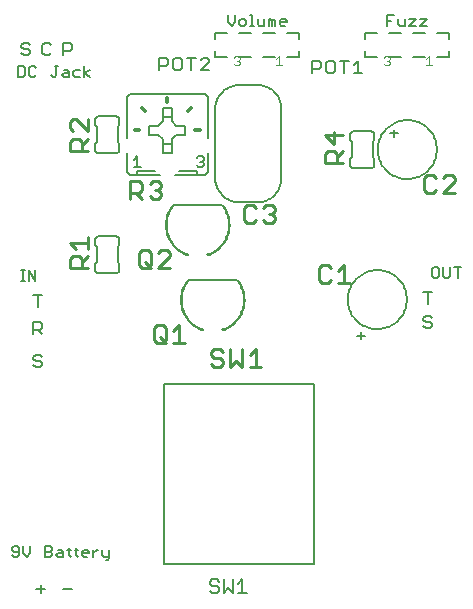
<source format=gto>
G75*
G70*
%OFA0B0*%
%FSLAX24Y24*%
%IPPOS*%
%LPD*%
%AMOC8*
5,1,8,0,0,1.08239X$1,22.5*
%
%ADD10C,0.0110*%
%ADD11C,0.0080*%
%ADD12C,0.0060*%
%ADD13C,0.0010*%
%ADD14C,0.0050*%
%ADD15C,0.0030*%
%ADD16C,0.0120*%
D10*
X007154Y007957D02*
X007056Y008055D01*
X007154Y007957D02*
X007351Y007957D01*
X007449Y008055D01*
X007449Y008153D01*
X007351Y008252D01*
X007154Y008252D01*
X007056Y008350D01*
X007056Y008449D01*
X007154Y008547D01*
X007351Y008547D01*
X007449Y008449D01*
X007700Y008547D02*
X007700Y007957D01*
X007897Y008153D01*
X008094Y007957D01*
X008094Y008547D01*
X008345Y008350D02*
X008542Y008547D01*
X008542Y007957D01*
X008345Y007957D02*
X008739Y007957D01*
X006194Y008757D02*
X005800Y008757D01*
X005997Y008757D02*
X005997Y009347D01*
X005800Y009150D01*
X005549Y009249D02*
X005549Y008855D01*
X005451Y008757D01*
X005254Y008757D01*
X005156Y008855D01*
X005156Y009249D01*
X005254Y009347D01*
X005451Y009347D01*
X005549Y009249D01*
X005353Y008953D02*
X005549Y008757D01*
X005694Y011257D02*
X005300Y011257D01*
X005694Y011650D01*
X005694Y011749D01*
X005596Y011847D01*
X005399Y011847D01*
X005300Y011749D01*
X005049Y011749D02*
X005049Y011355D01*
X004951Y011257D01*
X004754Y011257D01*
X004656Y011355D01*
X004656Y011749D01*
X004754Y011847D01*
X004951Y011847D01*
X005049Y011749D01*
X004853Y011453D02*
X005049Y011257D01*
X002946Y011257D02*
X002355Y011257D01*
X002355Y011552D01*
X002454Y011650D01*
X002651Y011650D01*
X002749Y011552D01*
X002749Y011257D01*
X002749Y011453D02*
X002946Y011650D01*
X002946Y011901D02*
X002946Y012295D01*
X002946Y012098D02*
X002355Y012098D01*
X002552Y011901D01*
X004367Y013557D02*
X004367Y014147D01*
X004662Y014147D01*
X004760Y014049D01*
X004760Y013852D01*
X004662Y013753D01*
X004367Y013753D01*
X004564Y013753D02*
X004760Y013557D01*
X005011Y013655D02*
X005110Y013557D01*
X005306Y013557D01*
X005405Y013655D01*
X005405Y013753D01*
X005306Y013852D01*
X005208Y013852D01*
X005306Y013852D02*
X005405Y013950D01*
X005405Y014049D01*
X005306Y014147D01*
X005110Y014147D01*
X005011Y014049D01*
X002946Y015167D02*
X002355Y015167D01*
X002355Y015463D01*
X002454Y015561D01*
X002651Y015561D01*
X002749Y015463D01*
X002749Y015167D01*
X002749Y015364D02*
X002946Y015561D01*
X002946Y015812D02*
X002552Y016206D01*
X002454Y016206D01*
X002355Y016107D01*
X002355Y015910D01*
X002454Y015812D01*
X002946Y015812D02*
X002946Y016206D01*
X008156Y013249D02*
X008156Y012855D01*
X008254Y012757D01*
X008451Y012757D01*
X008549Y012855D01*
X008800Y012855D02*
X008899Y012757D01*
X009096Y012757D01*
X009194Y012855D01*
X009194Y012953D01*
X009096Y013052D01*
X008997Y013052D01*
X009096Y013052D02*
X009194Y013150D01*
X009194Y013249D01*
X009096Y013347D01*
X008899Y013347D01*
X008800Y013249D01*
X008549Y013249D02*
X008451Y013347D01*
X008254Y013347D01*
X008156Y013249D01*
X010656Y011249D02*
X010656Y010855D01*
X010754Y010757D01*
X010951Y010757D01*
X011049Y010855D01*
X011300Y010757D02*
X011694Y010757D01*
X011497Y010757D02*
X011497Y011347D01*
X011300Y011150D01*
X011049Y011249D02*
X010951Y011347D01*
X010754Y011347D01*
X010656Y011249D01*
X014156Y013855D02*
X014254Y013757D01*
X014451Y013757D01*
X014549Y013855D01*
X014800Y013757D02*
X015194Y014150D01*
X015194Y014249D01*
X015096Y014347D01*
X014899Y014347D01*
X014800Y014249D01*
X014549Y014249D02*
X014451Y014347D01*
X014254Y014347D01*
X014156Y014249D01*
X014156Y013855D01*
X014800Y013757D02*
X015194Y013757D01*
X011446Y014757D02*
X010855Y014757D01*
X010855Y015052D01*
X010954Y015150D01*
X011151Y015150D01*
X011249Y015052D01*
X011249Y014757D01*
X011249Y014953D02*
X011446Y015150D01*
X011151Y015401D02*
X011151Y015795D01*
X011446Y015696D02*
X010855Y015696D01*
X011151Y015401D01*
D11*
X001521Y000552D02*
X001241Y000552D01*
X001381Y000692D02*
X001381Y000412D01*
X002141Y000552D02*
X002421Y000552D01*
X001351Y007942D02*
X001211Y007942D01*
X001141Y008012D01*
X001211Y008152D02*
X001351Y008152D01*
X001421Y008082D01*
X001421Y008012D01*
X001351Y007942D01*
X001211Y008152D02*
X001141Y008222D01*
X001141Y008292D01*
X001211Y008362D01*
X001351Y008362D01*
X001421Y008292D01*
X001421Y009042D02*
X001281Y009182D01*
X001351Y009182D02*
X001141Y009182D01*
X001141Y009042D02*
X001141Y009462D01*
X001351Y009462D01*
X001421Y009392D01*
X001421Y009252D01*
X001351Y009182D01*
X001281Y009942D02*
X001281Y010362D01*
X001141Y010362D02*
X001421Y010362D01*
X005341Y017842D02*
X005341Y018262D01*
X005551Y018262D01*
X005621Y018192D01*
X005621Y018052D01*
X005551Y017982D01*
X005341Y017982D01*
X005801Y017912D02*
X005871Y017842D01*
X006011Y017842D01*
X006081Y017912D01*
X006081Y018192D01*
X006011Y018262D01*
X005871Y018262D01*
X005801Y018192D01*
X005801Y017912D01*
X006261Y018262D02*
X006542Y018262D01*
X006402Y018262D02*
X006402Y017842D01*
X006722Y017842D02*
X007002Y018122D01*
X007002Y018192D01*
X006932Y018262D01*
X006792Y018262D01*
X006722Y018192D01*
X006722Y017842D02*
X007002Y017842D01*
X010441Y017882D02*
X010651Y017882D01*
X010721Y017952D01*
X010721Y018092D01*
X010651Y018162D01*
X010441Y018162D01*
X010441Y017742D01*
X010901Y017812D02*
X010971Y017742D01*
X011111Y017742D01*
X011181Y017812D01*
X011181Y018092D01*
X011111Y018162D01*
X010971Y018162D01*
X010901Y018092D01*
X010901Y017812D01*
X011361Y018162D02*
X011642Y018162D01*
X011502Y018162D02*
X011502Y017742D01*
X011822Y017742D02*
X012102Y017742D01*
X011962Y017742D02*
X011962Y018162D01*
X011822Y018022D01*
X014141Y010462D02*
X014421Y010462D01*
X014281Y010462D02*
X014281Y010042D01*
X014351Y009662D02*
X014211Y009662D01*
X014141Y009592D01*
X014141Y009522D01*
X014211Y009452D01*
X014351Y009452D01*
X014421Y009382D01*
X014421Y009312D01*
X014351Y009242D01*
X014211Y009242D01*
X014141Y009312D01*
X014421Y009592D02*
X014351Y009662D01*
X002421Y018552D02*
X002351Y018482D01*
X002141Y018482D01*
X002141Y018342D02*
X002141Y018762D01*
X002351Y018762D01*
X002421Y018692D01*
X002421Y018552D01*
X001721Y018692D02*
X001651Y018762D01*
X001511Y018762D01*
X001441Y018692D01*
X001441Y018412D01*
X001511Y018342D01*
X001651Y018342D01*
X001721Y018412D01*
X001021Y018412D02*
X000951Y018342D01*
X000811Y018342D01*
X000741Y018412D01*
X000811Y018552D02*
X000951Y018552D01*
X001021Y018482D01*
X001021Y018412D01*
X000811Y018552D02*
X000741Y018622D01*
X000741Y018692D01*
X000811Y018762D01*
X000951Y018762D01*
X001021Y018692D01*
D12*
X001056Y017972D02*
X000999Y017915D01*
X000999Y017688D01*
X001056Y017632D01*
X001169Y017632D01*
X001226Y017688D01*
X001226Y017915D02*
X001169Y017972D01*
X001056Y017972D01*
X000858Y017915D02*
X000801Y017972D01*
X000631Y017972D01*
X000631Y017632D01*
X000801Y017632D01*
X000858Y017688D01*
X000858Y017915D01*
X001736Y017688D02*
X001792Y017632D01*
X001849Y017632D01*
X001906Y017688D01*
X001906Y017972D01*
X001849Y017972D02*
X001963Y017972D01*
X002161Y017858D02*
X002274Y017858D01*
X002331Y017802D01*
X002331Y017632D01*
X002161Y017632D01*
X002104Y017688D01*
X002161Y017745D01*
X002331Y017745D01*
X002472Y017688D02*
X002529Y017632D01*
X002699Y017632D01*
X002841Y017632D02*
X002841Y017972D01*
X002699Y017858D02*
X002529Y017858D01*
X002472Y017802D01*
X002472Y017688D01*
X002841Y017745D02*
X003011Y017632D01*
X002841Y017745D02*
X003011Y017858D01*
X004251Y016952D02*
X004251Y015602D01*
X004001Y015395D02*
X003951Y015445D01*
X003951Y015958D01*
X004001Y016008D01*
X004001Y016208D01*
X003999Y016225D01*
X003995Y016242D01*
X003988Y016258D01*
X003978Y016272D01*
X003965Y016285D01*
X003951Y016295D01*
X003935Y016302D01*
X003918Y016306D01*
X003901Y016308D01*
X003301Y016308D01*
X003284Y016306D01*
X003267Y016302D01*
X003251Y016295D01*
X003237Y016285D01*
X003224Y016272D01*
X003214Y016258D01*
X003207Y016242D01*
X003203Y016225D01*
X003201Y016208D01*
X003201Y016008D01*
X003251Y015958D01*
X003251Y015445D01*
X003201Y015395D01*
X003201Y015195D01*
X003203Y015178D01*
X003207Y015161D01*
X003214Y015145D01*
X003224Y015131D01*
X003237Y015118D01*
X003251Y015108D01*
X003267Y015101D01*
X003284Y015097D01*
X003301Y015095D01*
X003901Y015095D01*
X003918Y015097D01*
X003935Y015101D01*
X003951Y015108D01*
X003965Y015118D01*
X003978Y015131D01*
X003988Y015145D01*
X003995Y015161D01*
X003999Y015178D01*
X004001Y015195D01*
X004001Y015395D01*
X004251Y015102D02*
X004251Y014452D01*
X004351Y014352D01*
X004601Y014352D01*
X005351Y014352D01*
X005201Y014502D02*
X004601Y014502D01*
X004601Y014352D01*
X005451Y015102D02*
X005451Y015402D01*
X005751Y015402D01*
X005751Y015552D01*
X005901Y015702D01*
X006201Y015702D01*
X006201Y016002D01*
X005901Y016002D01*
X005751Y016152D01*
X005751Y016302D01*
X005751Y016602D01*
X005451Y016602D01*
X005451Y016302D01*
X005451Y016152D01*
X005301Y016002D01*
X005001Y016002D01*
X005001Y015702D01*
X005301Y015702D01*
X005451Y015552D01*
X005451Y015402D01*
X005751Y015402D02*
X005751Y015102D01*
X005451Y015102D01*
X006001Y014502D02*
X006601Y014502D01*
X006601Y014352D01*
X006851Y014352D01*
X006951Y014452D01*
X006951Y015102D01*
X006951Y015602D02*
X006951Y016952D01*
X006851Y017052D01*
X004351Y017052D01*
X004251Y016952D01*
X005451Y016302D02*
X005751Y016302D01*
X007198Y016563D02*
X007198Y014240D01*
X006601Y014352D02*
X005851Y014352D01*
X005776Y013352D02*
X007426Y013352D01*
X007986Y013453D02*
X008616Y013453D01*
X008670Y013455D01*
X008723Y013460D01*
X008776Y013469D01*
X008828Y013482D01*
X008880Y013498D01*
X008930Y013518D01*
X008978Y013541D01*
X009025Y013568D01*
X009070Y013597D01*
X009113Y013630D01*
X009153Y013665D01*
X009191Y013703D01*
X009226Y013743D01*
X009259Y013786D01*
X009288Y013831D01*
X009315Y013878D01*
X009338Y013926D01*
X009358Y013976D01*
X009374Y014028D01*
X009387Y014080D01*
X009396Y014133D01*
X009401Y014186D01*
X009403Y014240D01*
X009403Y016563D01*
X009401Y016617D01*
X009396Y016670D01*
X009387Y016723D01*
X009374Y016775D01*
X009358Y016827D01*
X009338Y016877D01*
X009315Y016925D01*
X009288Y016972D01*
X009259Y017017D01*
X009226Y017060D01*
X009191Y017100D01*
X009153Y017138D01*
X009113Y017173D01*
X009070Y017206D01*
X009025Y017235D01*
X008978Y017262D01*
X008930Y017285D01*
X008880Y017305D01*
X008828Y017321D01*
X008776Y017334D01*
X008723Y017343D01*
X008670Y017348D01*
X008616Y017350D01*
X007986Y017350D01*
X007932Y017348D01*
X007879Y017343D01*
X007826Y017334D01*
X007774Y017321D01*
X007722Y017305D01*
X007672Y017285D01*
X007624Y017262D01*
X007577Y017235D01*
X007532Y017206D01*
X007489Y017173D01*
X007449Y017138D01*
X007411Y017100D01*
X007376Y017060D01*
X007343Y017017D01*
X007314Y016972D01*
X007287Y016925D01*
X007264Y016877D01*
X007244Y016827D01*
X007228Y016775D01*
X007215Y016723D01*
X007206Y016670D01*
X007201Y016617D01*
X007199Y016563D01*
X007199Y014240D02*
X007201Y014186D01*
X007206Y014133D01*
X007215Y014080D01*
X007228Y014028D01*
X007244Y013976D01*
X007264Y013926D01*
X007287Y013878D01*
X007314Y013831D01*
X007343Y013786D01*
X007376Y013743D01*
X007411Y013703D01*
X007449Y013665D01*
X007489Y013630D01*
X007532Y013597D01*
X007577Y013568D01*
X007624Y013541D01*
X007672Y013518D01*
X007722Y013498D01*
X007774Y013482D01*
X007826Y013469D01*
X007879Y013460D01*
X007932Y013455D01*
X007986Y013453D01*
X007926Y010852D02*
X006276Y010852D01*
X004001Y011195D02*
X004001Y011395D01*
X003951Y011445D01*
X003951Y011958D01*
X004001Y012008D01*
X004001Y012208D01*
X003999Y012225D01*
X003995Y012242D01*
X003988Y012258D01*
X003978Y012272D01*
X003965Y012285D01*
X003951Y012295D01*
X003935Y012302D01*
X003918Y012306D01*
X003901Y012308D01*
X003301Y012308D01*
X003284Y012306D01*
X003267Y012302D01*
X003251Y012295D01*
X003237Y012285D01*
X003224Y012272D01*
X003214Y012258D01*
X003207Y012242D01*
X003203Y012225D01*
X003201Y012208D01*
X003201Y012008D01*
X003251Y011958D01*
X003251Y011445D01*
X003201Y011395D01*
X003201Y011195D01*
X003203Y011178D01*
X003207Y011161D01*
X003214Y011145D01*
X003224Y011131D01*
X003237Y011118D01*
X003251Y011108D01*
X003267Y011101D01*
X003284Y011097D01*
X003301Y011095D01*
X003901Y011095D01*
X003918Y011097D01*
X003935Y011101D01*
X003951Y011108D01*
X003965Y011118D01*
X003978Y011131D01*
X003988Y011145D01*
X003995Y011161D01*
X003999Y011178D01*
X004001Y011195D01*
X001203Y011172D02*
X001203Y010832D01*
X000976Y011172D01*
X000976Y010832D01*
X000844Y010832D02*
X000731Y010832D01*
X000787Y010832D02*
X000787Y011172D01*
X000731Y011172D02*
X000844Y011172D01*
X005501Y007402D02*
X005501Y001402D01*
X010501Y001402D01*
X010501Y007402D01*
X005501Y007402D01*
X003665Y001858D02*
X003665Y001575D01*
X003609Y001518D01*
X003552Y001518D01*
X003495Y001632D02*
X003439Y001688D01*
X003439Y001858D01*
X003302Y001858D02*
X003245Y001858D01*
X003132Y001745D01*
X003132Y001632D02*
X003132Y001858D01*
X002990Y001802D02*
X002990Y001745D01*
X002763Y001745D01*
X002763Y001802D02*
X002820Y001858D01*
X002933Y001858D01*
X002990Y001802D01*
X002933Y001632D02*
X002820Y001632D01*
X002763Y001688D01*
X002763Y001802D01*
X002631Y001858D02*
X002518Y001858D01*
X002575Y001915D02*
X002575Y001688D01*
X002631Y001632D01*
X002386Y001632D02*
X002329Y001688D01*
X002329Y001915D01*
X002272Y001858D02*
X002386Y001858D01*
X002131Y001802D02*
X002131Y001632D01*
X001961Y001632D01*
X001904Y001688D01*
X001961Y001745D01*
X002131Y001745D01*
X002131Y001802D02*
X002074Y001858D01*
X001961Y001858D01*
X001763Y001858D02*
X001706Y001802D01*
X001536Y001802D01*
X001706Y001802D02*
X001763Y001745D01*
X001763Y001688D01*
X001706Y001632D01*
X001536Y001632D01*
X001536Y001972D01*
X001706Y001972D01*
X001763Y001915D01*
X001763Y001858D01*
X001026Y001745D02*
X001026Y001972D01*
X000799Y001972D02*
X000799Y001745D01*
X000913Y001632D01*
X001026Y001745D01*
X000658Y001688D02*
X000658Y001915D01*
X000601Y001972D01*
X000487Y001972D01*
X000431Y001915D01*
X000431Y001858D01*
X000487Y001802D01*
X000658Y001802D01*
X000658Y001688D02*
X000601Y001632D01*
X000487Y001632D01*
X000431Y001688D01*
X003495Y001632D02*
X003665Y001632D01*
X007031Y000799D02*
X007031Y000725D01*
X007104Y000652D01*
X007251Y000652D01*
X007324Y000578D01*
X007324Y000505D01*
X007251Y000432D01*
X007104Y000432D01*
X007031Y000505D01*
X007031Y000799D02*
X007104Y000872D01*
X007251Y000872D01*
X007324Y000799D01*
X007491Y000872D02*
X007491Y000432D01*
X007638Y000578D01*
X007785Y000432D01*
X007785Y000872D01*
X007951Y000725D02*
X008098Y000872D01*
X008098Y000432D01*
X007951Y000432D02*
X008245Y000432D01*
X012061Y008872D02*
X012061Y009132D01*
X011941Y009002D02*
X012191Y009002D01*
X011617Y010202D02*
X011619Y010264D01*
X011625Y010327D01*
X011635Y010388D01*
X011649Y010449D01*
X011666Y010509D01*
X011687Y010568D01*
X011713Y010625D01*
X011741Y010680D01*
X011773Y010734D01*
X011809Y010785D01*
X011847Y010835D01*
X011889Y010881D01*
X011933Y010925D01*
X011981Y010966D01*
X012030Y011004D01*
X012082Y011038D01*
X012136Y011069D01*
X012192Y011097D01*
X012250Y011121D01*
X012309Y011142D01*
X012369Y011158D01*
X012430Y011171D01*
X012492Y011180D01*
X012554Y011185D01*
X012617Y011186D01*
X012679Y011183D01*
X012741Y011176D01*
X012803Y011165D01*
X012863Y011150D01*
X012923Y011132D01*
X012981Y011110D01*
X013038Y011084D01*
X013093Y011054D01*
X013146Y011021D01*
X013197Y010985D01*
X013245Y010946D01*
X013291Y010903D01*
X013334Y010858D01*
X013374Y010810D01*
X013411Y010760D01*
X013445Y010707D01*
X013476Y010653D01*
X013502Y010597D01*
X013526Y010539D01*
X013545Y010479D01*
X013561Y010419D01*
X013573Y010357D01*
X013581Y010296D01*
X013585Y010233D01*
X013585Y010171D01*
X013581Y010108D01*
X013573Y010047D01*
X013561Y009985D01*
X013545Y009925D01*
X013526Y009865D01*
X013502Y009807D01*
X013476Y009751D01*
X013445Y009697D01*
X013411Y009644D01*
X013374Y009594D01*
X013334Y009546D01*
X013291Y009501D01*
X013245Y009458D01*
X013197Y009419D01*
X013146Y009383D01*
X013093Y009350D01*
X013038Y009320D01*
X012981Y009294D01*
X012923Y009272D01*
X012863Y009254D01*
X012803Y009239D01*
X012741Y009228D01*
X012679Y009221D01*
X012617Y009218D01*
X012554Y009219D01*
X012492Y009224D01*
X012430Y009233D01*
X012369Y009246D01*
X012309Y009262D01*
X012250Y009283D01*
X012192Y009307D01*
X012136Y009335D01*
X012082Y009366D01*
X012030Y009400D01*
X011981Y009438D01*
X011933Y009479D01*
X011889Y009523D01*
X011847Y009569D01*
X011809Y009619D01*
X011773Y009670D01*
X011741Y009724D01*
X011713Y009779D01*
X011687Y009836D01*
X011666Y009895D01*
X011649Y009955D01*
X011635Y010016D01*
X011625Y010077D01*
X011619Y010140D01*
X011617Y010202D01*
X014431Y010988D02*
X014487Y010932D01*
X014601Y010932D01*
X014658Y010988D01*
X014658Y011215D01*
X014601Y011272D01*
X014487Y011272D01*
X014431Y011215D01*
X014431Y010988D01*
X014799Y010988D02*
X014799Y011272D01*
X015026Y011272D02*
X015026Y010988D01*
X014969Y010932D01*
X014856Y010932D01*
X014799Y010988D01*
X015167Y011272D02*
X015394Y011272D01*
X015281Y011272D02*
X015281Y010932D01*
X012401Y014595D02*
X011801Y014595D01*
X011784Y014597D01*
X011767Y014601D01*
X011751Y014608D01*
X011737Y014618D01*
X011724Y014631D01*
X011714Y014645D01*
X011707Y014661D01*
X011703Y014678D01*
X011701Y014695D01*
X011701Y014895D01*
X011751Y014945D01*
X011751Y015458D01*
X011701Y015508D01*
X011701Y015708D01*
X011703Y015725D01*
X011707Y015742D01*
X011714Y015758D01*
X011724Y015772D01*
X011737Y015785D01*
X011751Y015795D01*
X011767Y015802D01*
X011784Y015806D01*
X011801Y015808D01*
X012401Y015808D01*
X012418Y015806D01*
X012435Y015802D01*
X012451Y015795D01*
X012465Y015785D01*
X012478Y015772D01*
X012488Y015758D01*
X012495Y015742D01*
X012499Y015725D01*
X012501Y015708D01*
X012501Y015508D01*
X012451Y015458D01*
X012451Y014945D01*
X012501Y014895D01*
X012501Y014695D01*
X012499Y014678D01*
X012495Y014661D01*
X012488Y014645D01*
X012478Y014631D01*
X012465Y014618D01*
X012451Y014608D01*
X012435Y014601D01*
X012418Y014597D01*
X012401Y014595D01*
X013151Y015612D02*
X013151Y015862D01*
X013281Y015742D02*
X013021Y015742D01*
X012617Y015202D02*
X012619Y015264D01*
X012625Y015327D01*
X012635Y015388D01*
X012649Y015449D01*
X012666Y015509D01*
X012687Y015568D01*
X012713Y015625D01*
X012741Y015680D01*
X012773Y015734D01*
X012809Y015785D01*
X012847Y015835D01*
X012889Y015881D01*
X012933Y015925D01*
X012981Y015966D01*
X013030Y016004D01*
X013082Y016038D01*
X013136Y016069D01*
X013192Y016097D01*
X013250Y016121D01*
X013309Y016142D01*
X013369Y016158D01*
X013430Y016171D01*
X013492Y016180D01*
X013554Y016185D01*
X013617Y016186D01*
X013679Y016183D01*
X013741Y016176D01*
X013803Y016165D01*
X013863Y016150D01*
X013923Y016132D01*
X013981Y016110D01*
X014038Y016084D01*
X014093Y016054D01*
X014146Y016021D01*
X014197Y015985D01*
X014245Y015946D01*
X014291Y015903D01*
X014334Y015858D01*
X014374Y015810D01*
X014411Y015760D01*
X014445Y015707D01*
X014476Y015653D01*
X014502Y015597D01*
X014526Y015539D01*
X014545Y015479D01*
X014561Y015419D01*
X014573Y015357D01*
X014581Y015296D01*
X014585Y015233D01*
X014585Y015171D01*
X014581Y015108D01*
X014573Y015047D01*
X014561Y014985D01*
X014545Y014925D01*
X014526Y014865D01*
X014502Y014807D01*
X014476Y014751D01*
X014445Y014697D01*
X014411Y014644D01*
X014374Y014594D01*
X014334Y014546D01*
X014291Y014501D01*
X014245Y014458D01*
X014197Y014419D01*
X014146Y014383D01*
X014093Y014350D01*
X014038Y014320D01*
X013981Y014294D01*
X013923Y014272D01*
X013863Y014254D01*
X013803Y014239D01*
X013741Y014228D01*
X013679Y014221D01*
X013617Y014218D01*
X013554Y014219D01*
X013492Y014224D01*
X013430Y014233D01*
X013369Y014246D01*
X013309Y014262D01*
X013250Y014283D01*
X013192Y014307D01*
X013136Y014335D01*
X013082Y014366D01*
X013030Y014400D01*
X012981Y014438D01*
X012933Y014479D01*
X012889Y014523D01*
X012847Y014569D01*
X012809Y014619D01*
X012773Y014670D01*
X012741Y014724D01*
X012713Y014779D01*
X012687Y014836D01*
X012666Y014895D01*
X012649Y014955D01*
X012635Y015016D01*
X012625Y015077D01*
X012619Y015140D01*
X012617Y015202D01*
X012931Y019332D02*
X012931Y019672D01*
X013158Y019672D01*
X013299Y019558D02*
X013299Y019388D01*
X013356Y019332D01*
X013526Y019332D01*
X013526Y019558D01*
X013667Y019558D02*
X013894Y019558D01*
X013667Y019332D01*
X013894Y019332D01*
X014036Y019332D02*
X014263Y019332D01*
X014263Y019558D02*
X014036Y019558D01*
X014036Y019332D02*
X014263Y019558D01*
X013044Y019502D02*
X012931Y019502D01*
X009576Y019502D02*
X009576Y019445D01*
X009350Y019445D01*
X009350Y019502D02*
X009406Y019558D01*
X009520Y019558D01*
X009576Y019502D01*
X009520Y019332D02*
X009406Y019332D01*
X009350Y019388D01*
X009350Y019502D01*
X009208Y019502D02*
X009151Y019558D01*
X009095Y019502D01*
X009095Y019332D01*
X009208Y019332D02*
X009208Y019502D01*
X009095Y019502D02*
X009038Y019558D01*
X008981Y019558D01*
X008981Y019332D01*
X008840Y019332D02*
X008840Y019558D01*
X008840Y019332D02*
X008670Y019332D01*
X008613Y019388D01*
X008613Y019558D01*
X008424Y019672D02*
X008424Y019332D01*
X008367Y019332D02*
X008481Y019332D01*
X008424Y019672D02*
X008367Y019672D01*
X008226Y019502D02*
X008169Y019558D01*
X008056Y019558D01*
X007999Y019502D01*
X007999Y019388D01*
X008056Y019332D01*
X008169Y019332D01*
X008226Y019388D01*
X008226Y019502D01*
X007858Y019445D02*
X007858Y019672D01*
X007858Y019445D02*
X007744Y019332D01*
X007631Y019445D01*
X007631Y019672D01*
D13*
X005754Y013363D02*
X005793Y013332D01*
X005793Y013333D02*
X005756Y013283D01*
X005723Y013231D01*
X005693Y013177D01*
X005666Y013121D01*
X005642Y013064D01*
X005622Y013006D01*
X005606Y012946D01*
X005593Y012886D01*
X005583Y012825D01*
X005578Y012763D01*
X005576Y012701D01*
X005578Y012640D01*
X005584Y012578D01*
X005593Y012517D01*
X005606Y012457D01*
X005622Y012397D01*
X005643Y012339D01*
X005666Y012282D01*
X005693Y012226D01*
X005724Y012172D01*
X005757Y012120D01*
X005794Y012071D01*
X005833Y012023D01*
X005875Y011978D01*
X005920Y011936D01*
X005968Y011896D01*
X006018Y011859D01*
X006069Y011826D01*
X006123Y011795D01*
X006179Y011768D01*
X006236Y011744D01*
X006294Y011724D01*
X006280Y011677D01*
X006279Y011676D01*
X006218Y011698D01*
X006158Y011722D01*
X006100Y011751D01*
X006044Y011783D01*
X005989Y011818D01*
X005937Y011857D01*
X005887Y011898D01*
X005840Y011943D01*
X005796Y011990D01*
X005754Y012040D01*
X005716Y012092D01*
X005681Y012146D01*
X005649Y012203D01*
X005621Y012261D01*
X005596Y012321D01*
X005575Y012382D01*
X005557Y012445D01*
X005544Y012508D01*
X005534Y012572D01*
X005528Y012637D01*
X005526Y012701D01*
X005528Y012766D01*
X005534Y012831D01*
X005543Y012895D01*
X005557Y012958D01*
X005574Y013021D01*
X005595Y013082D01*
X005620Y013142D01*
X005648Y013200D01*
X005680Y013257D01*
X005715Y013311D01*
X005754Y013364D01*
X005761Y013358D01*
X005723Y013306D01*
X005688Y013252D01*
X005656Y013196D01*
X005628Y013138D01*
X005604Y013079D01*
X005583Y013018D01*
X005566Y012956D01*
X005552Y012893D01*
X005543Y012830D01*
X005537Y012766D01*
X005535Y012701D01*
X005537Y012637D01*
X005543Y012573D01*
X005552Y012510D01*
X005566Y012447D01*
X005583Y012385D01*
X005604Y012324D01*
X005629Y012265D01*
X005657Y012207D01*
X005688Y012151D01*
X005723Y012097D01*
X005761Y012045D01*
X005802Y011996D01*
X005846Y011949D01*
X005893Y011905D01*
X005943Y011864D01*
X005994Y011826D01*
X006048Y011791D01*
X006104Y011759D01*
X006162Y011731D01*
X006221Y011706D01*
X006282Y011685D01*
X006285Y011693D01*
X006224Y011714D01*
X006166Y011739D01*
X006108Y011767D01*
X006053Y011798D01*
X005999Y011833D01*
X005948Y011871D01*
X005899Y011912D01*
X005853Y011955D01*
X005809Y012002D01*
X005768Y012051D01*
X005731Y012102D01*
X005696Y012156D01*
X005665Y012211D01*
X005637Y012268D01*
X005613Y012327D01*
X005592Y012388D01*
X005575Y012449D01*
X005561Y012511D01*
X005552Y012574D01*
X005546Y012638D01*
X005544Y012701D01*
X005546Y012765D01*
X005552Y012829D01*
X005561Y012892D01*
X005574Y012954D01*
X005592Y013015D01*
X005612Y013076D01*
X005637Y013135D01*
X005664Y013192D01*
X005696Y013247D01*
X005730Y013301D01*
X005768Y013352D01*
X005775Y013347D01*
X005738Y013296D01*
X005703Y013243D01*
X005672Y013188D01*
X005645Y013131D01*
X005621Y013072D01*
X005600Y013013D01*
X005583Y012952D01*
X005570Y012890D01*
X005561Y012828D01*
X005555Y012765D01*
X005553Y012701D01*
X005555Y012638D01*
X005561Y012575D01*
X005570Y012513D01*
X005583Y012451D01*
X005600Y012390D01*
X005621Y012331D01*
X005645Y012272D01*
X005673Y012215D01*
X005704Y012160D01*
X005738Y012107D01*
X005776Y012056D01*
X005816Y012008D01*
X005859Y011962D01*
X005905Y011918D01*
X005954Y011878D01*
X006004Y011840D01*
X006057Y011806D01*
X006112Y011775D01*
X006169Y011747D01*
X006228Y011723D01*
X006287Y011702D01*
X006290Y011711D01*
X006231Y011731D01*
X006173Y011755D01*
X006117Y011783D01*
X006062Y011814D01*
X006010Y011848D01*
X005959Y011885D01*
X005911Y011925D01*
X005866Y011968D01*
X005823Y012014D01*
X005783Y012062D01*
X005746Y012112D01*
X005712Y012165D01*
X005681Y012220D01*
X005653Y012276D01*
X005629Y012334D01*
X005609Y012393D01*
X005592Y012453D01*
X005579Y012515D01*
X005570Y012576D01*
X005564Y012639D01*
X005562Y012701D01*
X005564Y012764D01*
X005569Y012826D01*
X005579Y012888D01*
X005592Y012950D01*
X005609Y013010D01*
X005629Y013069D01*
X005653Y013127D01*
X005680Y013183D01*
X005711Y013238D01*
X005745Y013291D01*
X005782Y013341D01*
X005789Y013336D01*
X005752Y013286D01*
X005719Y013233D01*
X005688Y013179D01*
X005661Y013123D01*
X005637Y013066D01*
X005617Y013007D01*
X005601Y012947D01*
X005588Y012887D01*
X005578Y012825D01*
X005573Y012764D01*
X005571Y012701D01*
X005573Y012639D01*
X005579Y012578D01*
X005588Y012516D01*
X005601Y012455D01*
X005618Y012396D01*
X005638Y012337D01*
X005662Y012280D01*
X005689Y012224D01*
X005719Y012170D01*
X005753Y012117D01*
X005790Y012067D01*
X005829Y012020D01*
X005872Y011974D01*
X005917Y011932D01*
X005965Y011892D01*
X006015Y011855D01*
X006067Y011821D01*
X006121Y011791D01*
X006177Y011764D01*
X006234Y011740D01*
X006293Y011719D01*
X006922Y011677D02*
X006907Y011725D01*
X006908Y011724D02*
X006966Y011744D01*
X007023Y011768D01*
X007079Y011795D01*
X007133Y011826D01*
X007184Y011859D01*
X007234Y011896D01*
X007282Y011936D01*
X007327Y011978D01*
X007369Y012023D01*
X007408Y012071D01*
X007445Y012120D01*
X007478Y012172D01*
X007509Y012226D01*
X007536Y012282D01*
X007559Y012339D01*
X007580Y012397D01*
X007596Y012457D01*
X007609Y012517D01*
X007618Y012578D01*
X007624Y012640D01*
X007626Y012701D01*
X007624Y012763D01*
X007619Y012825D01*
X007609Y012886D01*
X007596Y012946D01*
X007580Y013006D01*
X007560Y013064D01*
X007536Y013121D01*
X007509Y013177D01*
X007479Y013231D01*
X007446Y013283D01*
X007409Y013333D01*
X007448Y013363D01*
X007448Y013364D01*
X007487Y013311D01*
X007522Y013257D01*
X007554Y013200D01*
X007582Y013142D01*
X007607Y013082D01*
X007628Y013021D01*
X007645Y012958D01*
X007659Y012895D01*
X007668Y012831D01*
X007674Y012766D01*
X007676Y012701D01*
X007674Y012637D01*
X007668Y012572D01*
X007658Y012508D01*
X007645Y012445D01*
X007627Y012382D01*
X007606Y012321D01*
X007581Y012261D01*
X007553Y012203D01*
X007521Y012146D01*
X007486Y012092D01*
X007448Y012040D01*
X007406Y011990D01*
X007362Y011943D01*
X007315Y011898D01*
X007265Y011857D01*
X007213Y011818D01*
X007158Y011783D01*
X007102Y011751D01*
X007044Y011722D01*
X006984Y011698D01*
X006923Y011676D01*
X006920Y011685D01*
X006981Y011706D01*
X007040Y011731D01*
X007098Y011759D01*
X007154Y011791D01*
X007208Y011825D01*
X007259Y011864D01*
X007309Y011905D01*
X007356Y011949D01*
X007400Y011996D01*
X007441Y012045D01*
X007479Y012097D01*
X007514Y012151D01*
X007545Y012207D01*
X007573Y012265D01*
X007598Y012324D01*
X007619Y012385D01*
X007636Y012447D01*
X007650Y012510D01*
X007659Y012573D01*
X007665Y012637D01*
X007667Y012701D01*
X007665Y012766D01*
X007659Y012830D01*
X007650Y012893D01*
X007636Y012956D01*
X007619Y013018D01*
X007598Y013079D01*
X007574Y013138D01*
X007546Y013196D01*
X007514Y013252D01*
X007479Y013306D01*
X007441Y013358D01*
X007434Y013352D01*
X007472Y013301D01*
X007506Y013247D01*
X007538Y013192D01*
X007565Y013135D01*
X007590Y013076D01*
X007610Y013015D01*
X007628Y012954D01*
X007641Y012892D01*
X007650Y012829D01*
X007656Y012765D01*
X007658Y012701D01*
X007656Y012638D01*
X007650Y012574D01*
X007641Y012511D01*
X007627Y012449D01*
X007610Y012388D01*
X007589Y012327D01*
X007565Y012268D01*
X007537Y012211D01*
X007506Y012156D01*
X007471Y012102D01*
X007434Y012051D01*
X007393Y012002D01*
X007349Y011955D01*
X007303Y011912D01*
X007254Y011871D01*
X007203Y011833D01*
X007149Y011798D01*
X007094Y011767D01*
X007036Y011739D01*
X006978Y011714D01*
X006917Y011693D01*
X006915Y011702D01*
X006974Y011723D01*
X007033Y011747D01*
X007090Y011775D01*
X007145Y011806D01*
X007198Y011840D01*
X007248Y011878D01*
X007297Y011918D01*
X007343Y011962D01*
X007386Y012008D01*
X007426Y012056D01*
X007464Y012107D01*
X007498Y012160D01*
X007529Y012215D01*
X007557Y012272D01*
X007581Y012331D01*
X007602Y012390D01*
X007619Y012451D01*
X007632Y012513D01*
X007641Y012575D01*
X007647Y012638D01*
X007649Y012701D01*
X007647Y012765D01*
X007641Y012828D01*
X007632Y012890D01*
X007619Y012952D01*
X007602Y013013D01*
X007581Y013072D01*
X007557Y013131D01*
X007530Y013188D01*
X007499Y013243D01*
X007465Y013296D01*
X007427Y013347D01*
X007420Y013341D01*
X007457Y013291D01*
X007491Y013238D01*
X007522Y013183D01*
X007549Y013127D01*
X007573Y013069D01*
X007593Y013010D01*
X007610Y012950D01*
X007623Y012888D01*
X007633Y012826D01*
X007638Y012764D01*
X007640Y012701D01*
X007638Y012639D01*
X007632Y012576D01*
X007623Y012515D01*
X007610Y012453D01*
X007593Y012393D01*
X007573Y012334D01*
X007549Y012276D01*
X007521Y012220D01*
X007490Y012165D01*
X007456Y012112D01*
X007419Y012062D01*
X007379Y012014D01*
X007336Y011968D01*
X007291Y011925D01*
X007243Y011885D01*
X007192Y011848D01*
X007140Y011814D01*
X007085Y011783D01*
X007029Y011755D01*
X006971Y011731D01*
X006912Y011711D01*
X006909Y011719D01*
X006968Y011740D01*
X007025Y011764D01*
X007081Y011791D01*
X007135Y011821D01*
X007187Y011855D01*
X007237Y011892D01*
X007285Y011932D01*
X007330Y011974D01*
X007373Y012020D01*
X007412Y012067D01*
X007449Y012117D01*
X007483Y012170D01*
X007513Y012224D01*
X007540Y012280D01*
X007564Y012337D01*
X007584Y012396D01*
X007601Y012455D01*
X007614Y012516D01*
X007623Y012578D01*
X007629Y012639D01*
X007631Y012701D01*
X007629Y012763D01*
X007624Y012825D01*
X007614Y012887D01*
X007601Y012947D01*
X007585Y013007D01*
X007565Y013066D01*
X007541Y013123D01*
X007514Y013179D01*
X007483Y013233D01*
X007450Y013286D01*
X007413Y013336D01*
X007422Y009177D02*
X007407Y009225D01*
X007408Y009224D02*
X007466Y009244D01*
X007523Y009268D01*
X007579Y009295D01*
X007633Y009326D01*
X007684Y009359D01*
X007734Y009396D01*
X007782Y009436D01*
X007827Y009478D01*
X007869Y009523D01*
X007908Y009571D01*
X007945Y009620D01*
X007978Y009672D01*
X008009Y009726D01*
X008036Y009782D01*
X008059Y009839D01*
X008080Y009897D01*
X008096Y009957D01*
X008109Y010017D01*
X008118Y010078D01*
X008124Y010140D01*
X008126Y010201D01*
X008124Y010263D01*
X008119Y010325D01*
X008109Y010386D01*
X008096Y010446D01*
X008080Y010506D01*
X008060Y010564D01*
X008036Y010621D01*
X008009Y010677D01*
X007979Y010731D01*
X007946Y010783D01*
X007909Y010833D01*
X007948Y010863D01*
X007948Y010864D01*
X007987Y010811D01*
X008022Y010757D01*
X008054Y010700D01*
X008082Y010642D01*
X008107Y010582D01*
X008128Y010521D01*
X008145Y010458D01*
X008159Y010395D01*
X008168Y010331D01*
X008174Y010266D01*
X008176Y010201D01*
X008174Y010137D01*
X008168Y010072D01*
X008158Y010008D01*
X008145Y009945D01*
X008127Y009882D01*
X008106Y009821D01*
X008081Y009761D01*
X008053Y009703D01*
X008021Y009646D01*
X007986Y009592D01*
X007948Y009540D01*
X007906Y009490D01*
X007862Y009443D01*
X007815Y009398D01*
X007765Y009357D01*
X007713Y009318D01*
X007658Y009283D01*
X007602Y009251D01*
X007544Y009222D01*
X007484Y009198D01*
X007423Y009176D01*
X007420Y009185D01*
X007481Y009206D01*
X007540Y009231D01*
X007598Y009259D01*
X007654Y009291D01*
X007708Y009325D01*
X007759Y009364D01*
X007809Y009405D01*
X007856Y009449D01*
X007900Y009496D01*
X007941Y009545D01*
X007979Y009597D01*
X008014Y009651D01*
X008045Y009707D01*
X008073Y009765D01*
X008098Y009824D01*
X008119Y009885D01*
X008136Y009947D01*
X008150Y010010D01*
X008159Y010073D01*
X008165Y010137D01*
X008167Y010201D01*
X008165Y010266D01*
X008159Y010330D01*
X008150Y010393D01*
X008136Y010456D01*
X008119Y010518D01*
X008098Y010579D01*
X008074Y010638D01*
X008046Y010696D01*
X008014Y010752D01*
X007979Y010806D01*
X007941Y010858D01*
X007934Y010852D01*
X007972Y010801D01*
X008006Y010747D01*
X008038Y010692D01*
X008065Y010635D01*
X008090Y010576D01*
X008110Y010515D01*
X008128Y010454D01*
X008141Y010392D01*
X008150Y010329D01*
X008156Y010265D01*
X008158Y010201D01*
X008156Y010138D01*
X008150Y010074D01*
X008141Y010011D01*
X008127Y009949D01*
X008110Y009888D01*
X008089Y009827D01*
X008065Y009768D01*
X008037Y009711D01*
X008006Y009656D01*
X007971Y009602D01*
X007934Y009551D01*
X007893Y009502D01*
X007849Y009455D01*
X007803Y009412D01*
X007754Y009371D01*
X007703Y009333D01*
X007649Y009298D01*
X007594Y009267D01*
X007536Y009239D01*
X007478Y009214D01*
X007417Y009193D01*
X007415Y009202D01*
X007474Y009223D01*
X007533Y009247D01*
X007590Y009275D01*
X007645Y009306D01*
X007698Y009340D01*
X007748Y009378D01*
X007797Y009418D01*
X007843Y009462D01*
X007886Y009508D01*
X007926Y009556D01*
X007964Y009607D01*
X007998Y009660D01*
X008029Y009715D01*
X008057Y009772D01*
X008081Y009831D01*
X008102Y009890D01*
X008119Y009951D01*
X008132Y010013D01*
X008141Y010075D01*
X008147Y010138D01*
X008149Y010201D01*
X008147Y010265D01*
X008141Y010328D01*
X008132Y010390D01*
X008119Y010452D01*
X008102Y010513D01*
X008081Y010572D01*
X008057Y010631D01*
X008030Y010688D01*
X007999Y010743D01*
X007965Y010796D01*
X007927Y010847D01*
X007920Y010841D01*
X007957Y010791D01*
X007991Y010738D01*
X008022Y010683D01*
X008049Y010627D01*
X008073Y010569D01*
X008093Y010510D01*
X008110Y010450D01*
X008123Y010388D01*
X008133Y010326D01*
X008138Y010264D01*
X008140Y010201D01*
X008138Y010139D01*
X008132Y010076D01*
X008123Y010015D01*
X008110Y009953D01*
X008093Y009893D01*
X008073Y009834D01*
X008049Y009776D01*
X008021Y009720D01*
X007990Y009665D01*
X007956Y009612D01*
X007919Y009562D01*
X007879Y009514D01*
X007836Y009468D01*
X007791Y009425D01*
X007743Y009385D01*
X007692Y009348D01*
X007640Y009314D01*
X007585Y009283D01*
X007529Y009255D01*
X007471Y009231D01*
X007412Y009211D01*
X007409Y009219D01*
X007468Y009240D01*
X007525Y009264D01*
X007581Y009291D01*
X007635Y009321D01*
X007687Y009355D01*
X007737Y009392D01*
X007785Y009432D01*
X007830Y009474D01*
X007873Y009520D01*
X007912Y009567D01*
X007949Y009617D01*
X007983Y009670D01*
X008013Y009724D01*
X008040Y009780D01*
X008064Y009837D01*
X008084Y009896D01*
X008101Y009955D01*
X008114Y010016D01*
X008123Y010078D01*
X008129Y010139D01*
X008131Y010201D01*
X008129Y010263D01*
X008124Y010325D01*
X008114Y010387D01*
X008101Y010447D01*
X008085Y010507D01*
X008065Y010566D01*
X008041Y010623D01*
X008014Y010679D01*
X007983Y010733D01*
X007950Y010786D01*
X007913Y010836D01*
X006254Y010863D02*
X006293Y010832D01*
X006293Y010833D02*
X006256Y010783D01*
X006223Y010731D01*
X006193Y010677D01*
X006166Y010621D01*
X006142Y010564D01*
X006122Y010506D01*
X006106Y010446D01*
X006093Y010386D01*
X006083Y010325D01*
X006078Y010263D01*
X006076Y010201D01*
X006078Y010140D01*
X006084Y010078D01*
X006093Y010017D01*
X006106Y009957D01*
X006122Y009897D01*
X006143Y009839D01*
X006166Y009782D01*
X006193Y009726D01*
X006224Y009672D01*
X006257Y009620D01*
X006294Y009571D01*
X006333Y009523D01*
X006375Y009478D01*
X006420Y009436D01*
X006468Y009396D01*
X006518Y009359D01*
X006569Y009326D01*
X006623Y009295D01*
X006679Y009268D01*
X006736Y009244D01*
X006794Y009224D01*
X006780Y009177D01*
X006779Y009176D01*
X006718Y009198D01*
X006658Y009222D01*
X006600Y009251D01*
X006544Y009283D01*
X006489Y009318D01*
X006437Y009357D01*
X006387Y009398D01*
X006340Y009443D01*
X006296Y009490D01*
X006254Y009540D01*
X006216Y009592D01*
X006181Y009646D01*
X006149Y009703D01*
X006121Y009761D01*
X006096Y009821D01*
X006075Y009882D01*
X006057Y009945D01*
X006044Y010008D01*
X006034Y010072D01*
X006028Y010137D01*
X006026Y010201D01*
X006028Y010266D01*
X006034Y010331D01*
X006043Y010395D01*
X006057Y010458D01*
X006074Y010521D01*
X006095Y010582D01*
X006120Y010642D01*
X006148Y010700D01*
X006180Y010757D01*
X006215Y010811D01*
X006254Y010864D01*
X006261Y010858D01*
X006223Y010806D01*
X006188Y010752D01*
X006156Y010696D01*
X006128Y010638D01*
X006104Y010579D01*
X006083Y010518D01*
X006066Y010456D01*
X006052Y010393D01*
X006043Y010330D01*
X006037Y010266D01*
X006035Y010201D01*
X006037Y010137D01*
X006043Y010073D01*
X006052Y010010D01*
X006066Y009947D01*
X006083Y009885D01*
X006104Y009824D01*
X006129Y009765D01*
X006157Y009707D01*
X006188Y009651D01*
X006223Y009597D01*
X006261Y009545D01*
X006302Y009496D01*
X006346Y009449D01*
X006393Y009405D01*
X006443Y009364D01*
X006494Y009326D01*
X006548Y009291D01*
X006604Y009259D01*
X006662Y009231D01*
X006721Y009206D01*
X006782Y009185D01*
X006785Y009193D01*
X006724Y009214D01*
X006666Y009239D01*
X006608Y009267D01*
X006553Y009298D01*
X006499Y009333D01*
X006448Y009371D01*
X006399Y009412D01*
X006353Y009455D01*
X006309Y009502D01*
X006268Y009551D01*
X006231Y009602D01*
X006196Y009656D01*
X006165Y009711D01*
X006137Y009768D01*
X006113Y009827D01*
X006092Y009888D01*
X006075Y009949D01*
X006061Y010011D01*
X006052Y010074D01*
X006046Y010138D01*
X006044Y010201D01*
X006046Y010265D01*
X006052Y010329D01*
X006061Y010392D01*
X006074Y010454D01*
X006092Y010515D01*
X006112Y010576D01*
X006137Y010635D01*
X006164Y010692D01*
X006196Y010747D01*
X006230Y010801D01*
X006268Y010852D01*
X006275Y010847D01*
X006238Y010796D01*
X006203Y010743D01*
X006172Y010688D01*
X006145Y010631D01*
X006121Y010572D01*
X006100Y010513D01*
X006083Y010452D01*
X006070Y010390D01*
X006061Y010328D01*
X006055Y010265D01*
X006053Y010201D01*
X006055Y010138D01*
X006061Y010075D01*
X006070Y010013D01*
X006083Y009951D01*
X006100Y009890D01*
X006121Y009831D01*
X006145Y009772D01*
X006173Y009715D01*
X006204Y009660D01*
X006238Y009607D01*
X006276Y009556D01*
X006316Y009508D01*
X006359Y009462D01*
X006405Y009418D01*
X006454Y009378D01*
X006504Y009340D01*
X006557Y009306D01*
X006612Y009275D01*
X006669Y009247D01*
X006728Y009223D01*
X006787Y009202D01*
X006790Y009211D01*
X006731Y009231D01*
X006673Y009255D01*
X006617Y009283D01*
X006562Y009314D01*
X006510Y009348D01*
X006459Y009385D01*
X006411Y009425D01*
X006366Y009468D01*
X006323Y009514D01*
X006283Y009562D01*
X006246Y009612D01*
X006212Y009665D01*
X006181Y009720D01*
X006153Y009776D01*
X006129Y009834D01*
X006109Y009893D01*
X006092Y009953D01*
X006079Y010015D01*
X006070Y010076D01*
X006064Y010139D01*
X006062Y010201D01*
X006064Y010264D01*
X006069Y010326D01*
X006079Y010388D01*
X006092Y010450D01*
X006109Y010510D01*
X006129Y010569D01*
X006153Y010627D01*
X006180Y010683D01*
X006211Y010738D01*
X006245Y010791D01*
X006282Y010841D01*
X006289Y010836D01*
X006252Y010786D01*
X006219Y010733D01*
X006188Y010679D01*
X006161Y010623D01*
X006137Y010566D01*
X006117Y010507D01*
X006101Y010447D01*
X006088Y010387D01*
X006078Y010325D01*
X006073Y010264D01*
X006071Y010201D01*
X006073Y010139D01*
X006079Y010078D01*
X006088Y010016D01*
X006101Y009955D01*
X006118Y009896D01*
X006138Y009837D01*
X006162Y009780D01*
X006189Y009724D01*
X006219Y009670D01*
X006253Y009617D01*
X006290Y009567D01*
X006329Y009520D01*
X006372Y009474D01*
X006417Y009432D01*
X006465Y009392D01*
X006515Y009355D01*
X006567Y009321D01*
X006621Y009291D01*
X006677Y009264D01*
X006734Y009240D01*
X006793Y009219D01*
D14*
X006751Y014627D02*
X006634Y014627D01*
X006576Y014685D01*
X006693Y014802D02*
X006751Y014802D01*
X006809Y014743D01*
X006809Y014685D01*
X006751Y014627D01*
X006751Y014802D02*
X006809Y014860D01*
X006809Y014918D01*
X006751Y014977D01*
X006634Y014977D01*
X006576Y014918D01*
X004709Y014627D02*
X004476Y014627D01*
X004593Y014627D02*
X004593Y014977D01*
X004476Y014860D01*
X007201Y018302D02*
X007201Y018505D01*
X007201Y018302D02*
X007606Y018302D01*
X007999Y018302D02*
X008404Y018302D01*
X008798Y018302D02*
X009202Y018302D01*
X009596Y018302D02*
X010001Y018302D01*
X010001Y018505D01*
X010001Y018898D02*
X010001Y019102D01*
X009596Y019102D01*
X009202Y019102D02*
X008798Y019102D01*
X008404Y019102D02*
X007999Y019102D01*
X007606Y019102D02*
X007201Y019102D01*
X007201Y018898D01*
X012201Y018898D02*
X012201Y019102D01*
X012606Y019102D01*
X012999Y019102D02*
X013404Y019102D01*
X013798Y019102D02*
X014202Y019102D01*
X014596Y019102D02*
X015001Y019102D01*
X015001Y018898D01*
X015001Y018505D02*
X015001Y018302D01*
X014596Y018302D01*
X014202Y018302D02*
X013798Y018302D01*
X013404Y018302D02*
X012999Y018302D01*
X012606Y018302D02*
X012201Y018302D01*
X012201Y018505D01*
D15*
X012816Y018258D02*
X012864Y018307D01*
X012961Y018307D01*
X013009Y018258D01*
X013009Y018210D01*
X012961Y018162D01*
X013009Y018113D01*
X013009Y018065D01*
X012961Y018017D01*
X012864Y018017D01*
X012816Y018065D01*
X012913Y018162D02*
X012961Y018162D01*
X014216Y018210D02*
X014313Y018307D01*
X014313Y018017D01*
X014409Y018017D02*
X014216Y018017D01*
X009409Y018017D02*
X009216Y018017D01*
X009313Y018017D02*
X009313Y018307D01*
X009216Y018210D01*
X008009Y018210D02*
X007961Y018162D01*
X008009Y018113D01*
X008009Y018065D01*
X007961Y018017D01*
X007864Y018017D01*
X007816Y018065D01*
X007913Y018162D02*
X007961Y018162D01*
X008009Y018210D02*
X008009Y018258D01*
X007961Y018307D01*
X007864Y018307D01*
X007816Y018258D01*
D16*
X006401Y016602D02*
X006301Y016502D01*
X006541Y015852D02*
X006691Y015852D01*
X005601Y016772D02*
X005601Y016922D01*
X004851Y016502D02*
X004751Y016602D01*
X004661Y015852D02*
X004511Y015852D01*
M02*

</source>
